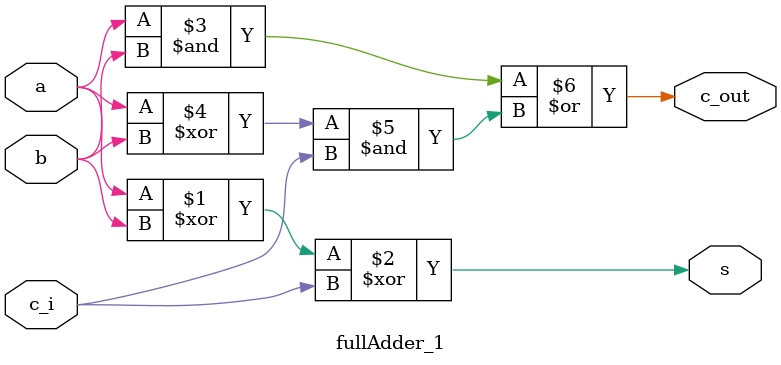
<source format=v>
module fullAdder_1(
    input wire a, b, //两个一位加数字
    input wire c_i,  //进位输入

    output s, c_out
);
    assign s = a ^ b ^ c_i;
    assign c_out = a & b | (a ^ b) & c_i;
endmodule
</source>
